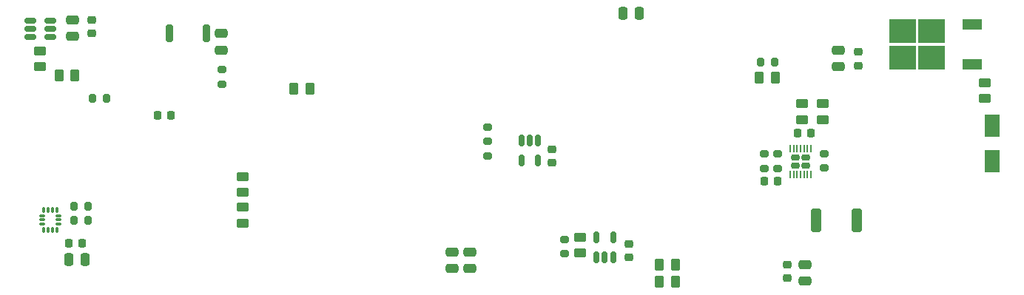
<source format=gbr>
%TF.GenerationSoftware,KiCad,Pcbnew,(6.0.11)*%
%TF.CreationDate,2023-02-13T14:33:55+01:00*%
%TF.ProjectId,carinsitu,63617269-6e73-4697-9475-2e6b69636164,1*%
%TF.SameCoordinates,Original*%
%TF.FileFunction,Paste,Top*%
%TF.FilePolarity,Positive*%
%FSLAX46Y46*%
G04 Gerber Fmt 4.6, Leading zero omitted, Abs format (unit mm)*
G04 Created by KiCad (PCBNEW (6.0.11)) date 2023-02-13 14:33:55*
%MOMM*%
%LPD*%
G01*
G04 APERTURE LIST*
G04 Aperture macros list*
%AMRoundRect*
0 Rectangle with rounded corners*
0 $1 Rounding radius*
0 $2 $3 $4 $5 $6 $7 $8 $9 X,Y pos of 4 corners*
0 Add a 4 corners polygon primitive as box body*
4,1,4,$2,$3,$4,$5,$6,$7,$8,$9,$2,$3,0*
0 Add four circle primitives for the rounded corners*
1,1,$1+$1,$2,$3*
1,1,$1+$1,$4,$5*
1,1,$1+$1,$6,$7*
1,1,$1+$1,$8,$9*
0 Add four rect primitives between the rounded corners*
20,1,$1+$1,$2,$3,$4,$5,0*
20,1,$1+$1,$4,$5,$6,$7,0*
20,1,$1+$1,$6,$7,$8,$9,0*
20,1,$1+$1,$8,$9,$2,$3,0*%
G04 Aperture macros list end*
%ADD10RoundRect,0.250000X0.450000X-0.262500X0.450000X0.262500X-0.450000X0.262500X-0.450000X-0.262500X0*%
%ADD11RoundRect,0.150000X0.512500X0.150000X-0.512500X0.150000X-0.512500X-0.150000X0.512500X-0.150000X0*%
%ADD12RoundRect,0.250000X-0.475000X0.250000X-0.475000X-0.250000X0.475000X-0.250000X0.475000X0.250000X0*%
%ADD13RoundRect,0.225000X-0.250000X0.225000X-0.250000X-0.225000X0.250000X-0.225000X0.250000X0.225000X0*%
%ADD14RoundRect,0.225000X-0.225000X-0.250000X0.225000X-0.250000X0.225000X0.250000X-0.225000X0.250000X0*%
%ADD15RoundRect,0.250000X-0.262500X-0.450000X0.262500X-0.450000X0.262500X0.450000X-0.262500X0.450000X0*%
%ADD16RoundRect,0.250000X-0.250000X-0.475000X0.250000X-0.475000X0.250000X0.475000X-0.250000X0.475000X0*%
%ADD17RoundRect,0.150000X-0.150000X0.512500X-0.150000X-0.512500X0.150000X-0.512500X0.150000X0.512500X0*%
%ADD18RoundRect,0.087500X-0.087500X0.225000X-0.087500X-0.225000X0.087500X-0.225000X0.087500X0.225000X0*%
%ADD19RoundRect,0.087500X-0.225000X0.087500X-0.225000X-0.087500X0.225000X-0.087500X0.225000X0.087500X0*%
%ADD20RoundRect,0.250000X0.262500X0.450000X-0.262500X0.450000X-0.262500X-0.450000X0.262500X-0.450000X0*%
%ADD21RoundRect,0.250000X-0.450000X0.262500X-0.450000X-0.262500X0.450000X-0.262500X0.450000X0.262500X0*%
%ADD22RoundRect,0.180000X0.295000X-0.180000X0.295000X0.180000X-0.295000X0.180000X-0.295000X-0.180000X0*%
%ADD23RoundRect,0.050000X0.050000X-0.337500X0.050000X0.337500X-0.050000X0.337500X-0.050000X-0.337500X0*%
%ADD24RoundRect,0.225000X0.250000X-0.225000X0.250000X0.225000X-0.250000X0.225000X-0.250000X-0.225000X0*%
%ADD25RoundRect,0.250000X0.475000X-0.250000X0.475000X0.250000X-0.475000X0.250000X-0.475000X-0.250000X0*%
%ADD26RoundRect,0.250000X-0.362500X-1.075000X0.362500X-1.075000X0.362500X1.075000X-0.362500X1.075000X0*%
%ADD27RoundRect,0.200000X0.275000X-0.200000X0.275000X0.200000X-0.275000X0.200000X-0.275000X-0.200000X0*%
%ADD28RoundRect,0.225000X0.225000X0.250000X-0.225000X0.250000X-0.225000X-0.250000X0.225000X-0.250000X0*%
%ADD29RoundRect,0.200000X-0.275000X0.200000X-0.275000X-0.200000X0.275000X-0.200000X0.275000X0.200000X0*%
%ADD30RoundRect,0.200000X0.200000X0.275000X-0.200000X0.275000X-0.200000X-0.275000X0.200000X-0.275000X0*%
%ADD31R,3.050000X2.750000*%
%ADD32R,2.200000X1.200000*%
%ADD33RoundRect,0.200000X-0.200000X-0.800000X0.200000X-0.800000X0.200000X0.800000X-0.200000X0.800000X0*%
%ADD34RoundRect,0.200000X-0.200000X-0.275000X0.200000X-0.275000X0.200000X0.275000X-0.200000X0.275000X0*%
%ADD35R,1.800000X2.500000*%
%ADD36RoundRect,0.150000X0.150000X-0.512500X0.150000X0.512500X-0.150000X0.512500X-0.150000X-0.512500X0*%
G04 APERTURE END LIST*
D10*
%TO.C,R2*%
X90601800Y-87424900D03*
X90601800Y-85599900D03*
%TD*%
D11*
%TO.C,U2*%
X91739300Y-84008000D03*
X91739300Y-83058000D03*
X91739300Y-82108000D03*
X89464300Y-82108000D03*
X89464300Y-83058000D03*
X89464300Y-84008000D03*
%TD*%
D12*
%TO.C,C1*%
X178150000Y-110075000D03*
X178150000Y-111975000D03*
%TD*%
D13*
%TO.C,C2*%
X176118000Y-110084900D03*
X176118000Y-111634900D03*
%TD*%
D14*
%TO.C,C3*%
X93852400Y-107619800D03*
X95402400Y-107619800D03*
%TD*%
D15*
%TO.C,R1*%
X119635900Y-89890600D03*
X121460900Y-89890600D03*
%TD*%
D16*
%TO.C,C4*%
X93845000Y-109474000D03*
X95745000Y-109474000D03*
%TD*%
D17*
%TO.C,U4*%
X147600000Y-95887500D03*
X146650000Y-95887500D03*
X145700000Y-95887500D03*
X145700000Y-98162500D03*
X147600000Y-98162500D03*
%TD*%
D15*
%TO.C,R6*%
X161482400Y-110109000D03*
X163307400Y-110109000D03*
%TD*%
%TO.C,R7*%
X161482400Y-112039400D03*
X163307400Y-112039400D03*
%TD*%
D18*
%TO.C,U7*%
X92514400Y-103781406D03*
X92014400Y-103781406D03*
X91514400Y-103781406D03*
X91014400Y-103781406D03*
D19*
X90851900Y-104443906D03*
X90851900Y-104943906D03*
X90851900Y-105443906D03*
D18*
X91014400Y-106106406D03*
X91514400Y-106106406D03*
X92014400Y-106106406D03*
X92514400Y-106106406D03*
D19*
X92676900Y-105443906D03*
X92676900Y-104943906D03*
X92676900Y-104443906D03*
%TD*%
D20*
%TO.C,R8*%
X94587700Y-88392000D03*
X92762700Y-88392000D03*
%TD*%
D10*
%TO.C,R9*%
X113790000Y-101812500D03*
X113790000Y-99987500D03*
%TD*%
D21*
%TO.C,R10*%
X113790000Y-103507500D03*
X113790000Y-105332500D03*
%TD*%
D22*
%TO.C,U3*%
X178209800Y-98706200D03*
X178209800Y-97816200D03*
X177029800Y-97816200D03*
X177029800Y-98706200D03*
D23*
X176419800Y-99748700D03*
X176819800Y-99748700D03*
X177219800Y-99748700D03*
X177619800Y-99748700D03*
X178019800Y-99748700D03*
X178419800Y-99748700D03*
X178819800Y-99748700D03*
X178819800Y-96773700D03*
X178419800Y-96773700D03*
X178019800Y-96773700D03*
X177619800Y-96773700D03*
X177219800Y-96773700D03*
X176819800Y-96773700D03*
X176419800Y-96773700D03*
%TD*%
D24*
%TO.C,C15*%
X184251600Y-87262000D03*
X184251600Y-85712000D03*
%TD*%
D25*
%TO.C,C16*%
X181940200Y-87411600D03*
X181940200Y-85511600D03*
%TD*%
D12*
%TO.C,C17*%
X94335600Y-82019100D03*
X94335600Y-83919100D03*
%TD*%
D15*
%TO.C,R12*%
X172917500Y-88650000D03*
X174742500Y-88650000D03*
%TD*%
D21*
%TO.C,RD1*%
X177819800Y-91656200D03*
X177819800Y-93481200D03*
%TD*%
D26*
%TO.C,RSense1*%
X179437500Y-105000000D03*
X184062500Y-105000000D03*
%TD*%
D27*
%TO.C,RB4*%
X111420000Y-89405000D03*
X111420000Y-87755000D03*
%TD*%
D28*
%TO.C,C8*%
X105575000Y-92950000D03*
X104025000Y-92950000D03*
%TD*%
D10*
%TO.C,RD2*%
X180119800Y-93481200D03*
X180119800Y-91656200D03*
%TD*%
D29*
%TO.C,RB2*%
X173469800Y-97381200D03*
X173469800Y-99031200D03*
%TD*%
D30*
%TO.C,RB8*%
X96087200Y-103378000D03*
X94437200Y-103378000D03*
%TD*%
D12*
%TO.C,C12*%
X139750000Y-108625000D03*
X139750000Y-110525000D03*
%TD*%
D25*
%TO.C,C18*%
X111350000Y-85500000D03*
X111350000Y-83600000D03*
%TD*%
D10*
%TO.C,R14*%
X152400000Y-108749000D03*
X152400000Y-106924000D03*
%TD*%
D27*
%TO.C,RB3*%
X150622000Y-108844000D03*
X150622000Y-107194000D03*
%TD*%
D10*
%TO.C,R4*%
X198725000Y-91062500D03*
X198725000Y-89237500D03*
%TD*%
D31*
%TO.C,Q1*%
X189290400Y-83285600D03*
X189290400Y-86335600D03*
X192640400Y-86335600D03*
X192640400Y-83285600D03*
D32*
X197265400Y-87090600D03*
X197265400Y-82530600D03*
%TD*%
D33*
%TO.C,SW2*%
X105400000Y-83600000D03*
X109600000Y-83600000D03*
%TD*%
D30*
%TO.C,RB9*%
X96087200Y-104952800D03*
X94437200Y-104952800D03*
%TD*%
D29*
%TO.C,RB1*%
X175019800Y-97381200D03*
X175019800Y-99031200D03*
%TD*%
%TO.C,RB10*%
X141800000Y-94305000D03*
X141800000Y-95955000D03*
%TD*%
D13*
%TO.C,C10*%
X157988000Y-107696000D03*
X157988000Y-109246000D03*
%TD*%
D34*
%TO.C,RB6*%
X173020000Y-86880000D03*
X174670000Y-86880000D03*
%TD*%
D14*
%TO.C,C6*%
X177244800Y-95031200D03*
X178794800Y-95031200D03*
%TD*%
D28*
%TO.C,C5*%
X174994800Y-100531200D03*
X173444800Y-100531200D03*
%TD*%
D12*
%TO.C,C13*%
X137725000Y-108625000D03*
X137725000Y-110525000D03*
%TD*%
D13*
%TO.C,C11*%
X96550000Y-82025000D03*
X96550000Y-83575000D03*
%TD*%
D27*
%TO.C,RB11*%
X180369800Y-99006200D03*
X180369800Y-97356200D03*
%TD*%
D30*
%TO.C,RB7*%
X98234000Y-90982800D03*
X96584000Y-90982800D03*
%TD*%
D24*
%TO.C,C9*%
X149174200Y-98374200D03*
X149174200Y-96824200D03*
%TD*%
D35*
%TO.C,D3*%
X199519800Y-94181200D03*
X199519800Y-98181200D03*
%TD*%
D16*
%TO.C,C14*%
X157275000Y-81275000D03*
X159175000Y-81275000D03*
%TD*%
D36*
%TO.C,U5*%
X154274600Y-109188000D03*
X155224600Y-109188000D03*
X156174600Y-109188000D03*
X156174600Y-106913000D03*
X154274600Y-106913000D03*
%TD*%
D27*
%TO.C,RB5*%
X141800000Y-97600000D03*
X141800000Y-95950000D03*
%TD*%
M02*

</source>
